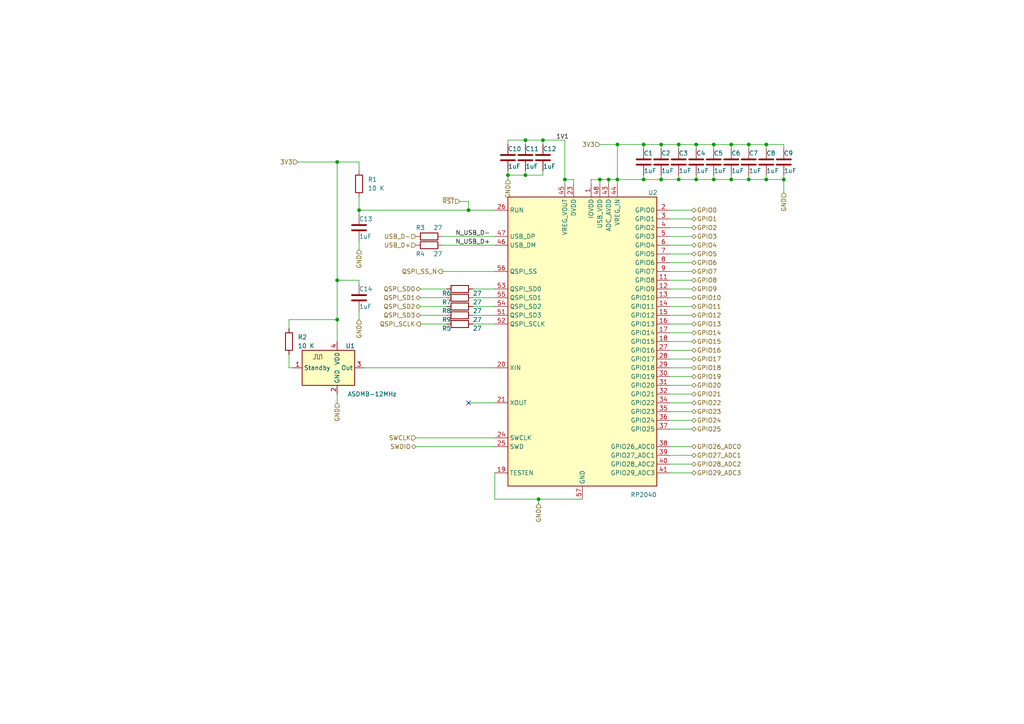
<source format=kicad_sch>
(kicad_sch (version 20230121) (generator eeschema)
  (paper "A4")
  (lib_symbols
    (symbol "Device:C" (pin_numbers hide) (pin_names (offset 0.254))
      (property "Reference" "C" (at 0.635 2.54 0))
      (property "Value" "C" (at 0.635 -2.54 0))
      (symbol "C_0_1"
        (polyline (pts (xy -2.032 -0.762) (xy 2.032 -0.762)) (stroke (width 0.508)))
        (polyline (pts (xy -2.032 0.762) (xy 2.032 0.762)) (stroke (width 0.508)))
      )
      (symbol "C_1_1"
        (pin passive line (at 0 3.81 270) (length 2.794) (name "~") (number "1"))
        (pin passive line (at 0 -3.81 90) (length 2.794) (name "~") (number "2"))
      )
    )
    (symbol "Device:R" (pin_numbers hide) (pin_names (offset 0))
      (property "Reference" "R" (at 2.032 0 90))
      (property "Value" "R" (at 0 0 90))
      (symbol "R_0_1"
        (rectangle (start -1.016 -2.54) (end 1.016 2.54) (stroke (width 0.254)))
      )
      (symbol "R_1_1"
        (pin passive line (at 0 3.81 270) (length 1.27) (name "~") (number "1"))
        (pin passive line (at 0 -3.81 90) (length 1.27) (name "~") (number "2"))
      )
    )
    (symbol "MCU_RaspberryPi:RP2040"
      (property "Reference" "U" (at 17.78 45.72 0))
      (property "Value" "RP2040" (at 17.78 43.18 0))
      (symbol "RP2040_0_1"
        (rectangle (start -21.59 41.91) (end 21.59 -41.91) (stroke (width 0.254)) (fill (type background)))
      )
      (symbol "RP2040_1_1"
        (pin power_in line (at 2.54 45.72 270) (length 3.81) (name "IOVDD") (number "1"))
        (pin passive line (at 2.54 45.72 270) (length 3.81) hide (name "IOVDD") (number "10"))
        (pin bidirectional line (at 25.4 17.78 180) (length 3.81) (name "GPIO8") (number "11"))
        (pin bidirectional line (at 25.4 15.24 180) (length 3.81) (name "GPIO9") (number "12"))
        (pin bidirectional line (at 25.4 12.7 180) (length 3.81) (name "GPIO10") (number "13"))
        (pin bidirectional line (at 25.4 10.16 180) (length 3.81) (name "GPIO11") (number "14"))
        (pin bidirectional line (at 25.4 7.62 180) (length 3.81) (name "GPIO12") (number "15"))
        (pin bidirectional line (at 25.4 5.08 180) (length 3.81) (name "GPIO13") (number "16"))
        (pin bidirectional line (at 25.4 2.54 180) (length 3.81) (name "GPIO14") (number "17"))
        (pin bidirectional line (at 25.4 0 180) (length 3.81) (name "GPIO15") (number "18"))
        (pin input line (at -25.4 -38.1 0) (length 3.81) (name "TESTEN") (number "19"))
        (pin bidirectional line (at 25.4 38.1 180) (length 3.81) (name "GPIO0") (number "2"))
        (pin input line (at -25.4 -7.62 0) (length 3.81) (name "XIN") (number "20"))
        (pin passive line (at -25.4 -17.78 0) (length 3.81) (name "XOUT") (number "21"))
        (pin passive line (at 2.54 45.72 270) (length 3.81) hide (name "IOVDD") (number "22"))
        (pin power_in line (at -2.54 45.72 270) (length 3.81) (name "DVDD") (number "23"))
        (pin input line (at -25.4 -27.94 0) (length 3.81) (name "SWCLK") (number "24"))
        (pin bidirectional line (at -25.4 -30.48 0) (length 3.81) (name "SWD") (number "25"))
        (pin input line (at -25.4 38.1 0) (length 3.81) (name "RUN") (number "26"))
        (pin bidirectional line (at 25.4 -2.54 180) (length 3.81) (name "GPIO16") (number "27"))
        (pin bidirectional line (at 25.4 -5.08 180) (length 3.81) (name "GPIO17") (number "28"))
        (pin bidirectional line (at 25.4 -7.62 180) (length 3.81) (name "GPIO18") (number "29"))
        (pin bidirectional line (at 25.4 35.56 180) (length 3.81) (name "GPIO1") (number "3"))
        (pin bidirectional line (at 25.4 -10.16 180) (length 3.81) (name "GPIO19") (number "30"))
        (pin bidirectional line (at 25.4 -12.7 180) (length 3.81) (name "GPIO20") (number "31"))
        (pin bidirectional line (at 25.4 -15.24 180) (length 3.81) (name "GPIO21") (number "32"))
        (pin passive line (at 2.54 45.72 270) (length 3.81) hide (name "IOVDD") (number "33"))
        (pin bidirectional line (at 25.4 -17.78 180) (length 3.81) (name "GPIO22") (number "34"))
        (pin bidirectional line (at 25.4 -20.32 180) (length 3.81) (name "GPIO23") (number "35"))
        (pin bidirectional line (at 25.4 -22.86 180) (length 3.81) (name "GPIO24") (number "36"))
        (pin bidirectional line (at 25.4 -25.4 180) (length 3.81) (name "GPIO25") (number "37"))
        (pin bidirectional line (at 25.4 -30.48 180) (length 3.81) (name "GPIO26_ADC0") (number "38"))
        (pin bidirectional line (at 25.4 -33.02 180) (length 3.81) (name "GPIO27_ADC1") (number "39"))
        (pin bidirectional line (at 25.4 33.02 180) (length 3.81) (name "GPIO2") (number "4"))
        (pin bidirectional line (at 25.4 -35.56 180) (length 3.81) (name "GPIO28_ADC2") (number "40"))
        (pin bidirectional line (at 25.4 -38.1 180) (length 3.81) (name "GPIO29_ADC3") (number "41"))
        (pin passive line (at 2.54 45.72 270) (length 3.81) hide (name "IOVDD") (number "42"))
        (pin power_in line (at 7.62 45.72 270) (length 3.81) (name "ADC_AVDD") (number "43"))
        (pin power_in line (at 10.16 45.72 270) (length 3.81) (name "VREG_IN") (number "44"))
        (pin power_out line (at -5.08 45.72 270) (length 3.81) (name "VREG_VOUT") (number "45"))
        (pin bidirectional line (at -25.4 27.94 0) (length 3.81) (name "USB_DM") (number "46"))
        (pin bidirectional line (at -25.4 30.48 0) (length 3.81) (name "USB_DP") (number "47"))
        (pin power_in line (at 5.08 45.72 270) (length 3.81) (name "USB_VDD") (number "48"))
        (pin passive line (at 2.54 45.72 270) (length 3.81) hide (name "IOVDD") (number "49"))
        (pin bidirectional line (at 25.4 30.48 180) (length 3.81) (name "GPIO3") (number "5"))
        (pin passive line (at -2.54 45.72 270) (length 3.81) hide (name "DVDD") (number "50"))
        (pin bidirectional line (at -25.4 7.62 0) (length 3.81) (name "QSPI_SD3") (number "51"))
        (pin output line (at -25.4 5.08 0) (length 3.81) (name "QSPI_SCLK") (number "52"))
        (pin bidirectional line (at -25.4 15.24 0) (length 3.81) (name "QSPI_SD0") (number "53"))
        (pin bidirectional line (at -25.4 10.16 0) (length 3.81) (name "QSPI_SD2") (number "54"))
        (pin bidirectional line (at -25.4 12.7 0) (length 3.81) (name "QSPI_SD1") (number "55"))
        (pin bidirectional line (at -25.4 20.32 0) (length 3.81) (name "QSPI_SS") (number "56"))
        (pin power_in line (at 0 -45.72 90) (length 3.81) (name "GND") (number "57"))
        (pin bidirectional line (at 25.4 27.94 180) (length 3.81) (name "GPIO4") (number "6"))
        (pin bidirectional line (at 25.4 25.4 180) (length 3.81) (name "GPIO5") (number "7"))
        (pin bidirectional line (at 25.4 22.86 180) (length 3.81) (name "GPIO6") (number "8"))
        (pin bidirectional line (at 25.4 20.32 180) (length 3.81) (name "GPIO7") (number "9"))
      )
    )
    (symbol "Oscillator:ASDMB-xxxMHz"
      (property "Reference" "U" (at -6.35 6.35 0))
      (property "Value" "ASDMB-xxxMHz" (at 11.43 6.35 0))
      (symbol "ASDMB-xxxMHz_1_1"
        (rectangle (start -7.62 5.08) (end 7.62 -5.08) (stroke (width 0.254)) (fill (type background)))
        (polyline (pts (xy -4.445 2.54) (xy -3.81 2.54) (xy -3.81 3.81) (xy -3.175 3.81) (xy -3.175 2.54) (xy -2.54 2.54) (xy -2.54 3.81) (xy -1.905 3.81) (xy -1.905 2.54)))
        (pin input line (at -10.16 0 0) (length 2.54) (name "Standby") (number "1"))
        (pin power_in line (at 2.54 -7.62 90) (length 2.54) (name "GND") (number "2"))
        (pin output line (at 10.16 0 180) (length 2.54) (name "Out") (number "3"))
        (pin power_in line (at 2.54 7.62 270) (length 2.54) (name "VDD") (number "4"))
      )
    )
  )
  (junction (at 173.99 52.07))
  (junction (at 191.77 52.07))
  (junction (at 191.77 41.91))
  (junction (at 212.09 52.07))
  (junction (at 152.4 40.64))
  (junction (at 157.48 40.64))
  (junction (at 97.79 92.71))
  (junction (at 222.25 52.07))
  (junction (at 176.53 52.07))
  (junction (at 104.14 60.96))
  (junction (at 217.17 41.91))
  (junction (at 196.85 41.91))
  (junction (at 207.01 52.07))
  (junction (at 179.07 52.07))
  (junction (at 196.85 52.07))
  (junction (at 212.09 41.91))
  (junction (at 186.69 52.07))
  (junction (at 135.89 60.96))
  (junction (at 217.17 52.07))
  (junction (at 163.83 52.07))
  (junction (at 207.01 41.91))
  (junction (at 222.25 41.91))
  (junction (at 152.4 50.8))
  (junction (at 97.79 46.99))
  (junction (at 201.93 52.07))
  (junction (at 186.69 41.91))
  (junction (at 227.33 52.07))
  (junction (at 201.93 41.91))
  (junction (at 147.32 50.8))
  (junction (at 97.79 81.28))
  (junction (at 179.07 41.91))
  (junction (at 156.21 144.78))
  (no_connect (at 135.89 116.84))
  (wire (pts (xy 83.82 106.68) (xy 85.09 106.68)))
  (wire (pts (xy 194.31 106.68) (xy 200.66 106.68)))
  (wire (pts (xy 176.53 52.07) (xy 176.53 53.34)))
  (wire (pts (xy 97.79 46.99) (xy 104.14 46.99)))
  (wire (pts (xy 227.33 52.07) (xy 227.33 55.88)))
  (wire (pts (xy 137.16 88.9) (xy 143.51 88.9)))
  (wire (pts (xy 128.27 78.74) (xy 143.51 78.74)))
  (wire (pts (xy 179.07 41.91) (xy 186.69 41.91)))
  (wire (pts (xy 194.31 99.06) (xy 200.66 99.06)))
  (wire (pts (xy 137.16 93.98) (xy 143.51 93.98)))
  (wire (pts (xy 104.14 46.99) (xy 104.14 49.53)))
  (wire (pts (xy 194.31 119.38) (xy 200.66 119.38)))
  (wire (pts (xy 194.31 111.76) (xy 200.66 111.76)))
  (wire (pts (xy 196.85 52.07) (xy 201.93 52.07)))
  (wire (pts (xy 212.09 52.07) (xy 217.17 52.07)))
  (wire (pts (xy 194.31 78.74) (xy 200.66 78.74)))
  (wire (pts (xy 152.4 40.64) (xy 152.4 41.91)))
  (wire (pts (xy 105.41 106.68) (xy 143.51 106.68)))
  (wire (pts (xy 176.53 52.07) (xy 173.99 52.07)))
  (wire (pts (xy 173.99 52.07) (xy 173.99 53.34)))
  (wire (pts (xy 194.31 129.54) (xy 200.66 129.54)))
  (wire (pts (xy 227.33 52.07) (xy 227.33 50.8)))
  (wire (pts (xy 152.4 50.8) (xy 152.4 49.53)))
  (wire (pts (xy 179.07 53.34) (xy 179.07 52.07)))
  (wire (pts (xy 194.31 109.22) (xy 200.66 109.22)))
  (wire (pts (xy 133.35 58.42) (xy 135.89 58.42)))
  (wire (pts (xy 191.77 52.07) (xy 191.77 50.8)))
  (wire (pts (xy 194.31 132.08) (xy 200.66 132.08)))
  (wire (pts (xy 217.17 52.07) (xy 217.17 50.8)))
  (wire (pts (xy 156.21 144.78) (xy 156.21 146.05)))
  (wire (pts (xy 97.79 81.28) (xy 104.14 81.28)))
  (wire (pts (xy 222.25 41.91) (xy 227.33 41.91)))
  (wire (pts (xy 194.31 63.5) (xy 200.66 63.5)))
  (wire (pts (xy 179.07 52.07) (xy 186.69 52.07)))
  (wire (pts (xy 186.69 41.91) (xy 186.69 43.18)))
  (wire (pts (xy 176.53 52.07) (xy 179.07 52.07)))
  (wire (pts (xy 201.93 52.07) (xy 201.93 50.8)))
  (wire (pts (xy 186.69 52.07) (xy 186.69 50.8)))
  (wire (pts (xy 143.51 144.78) (xy 156.21 144.78)))
  (wire (pts (xy 104.14 60.96) (xy 135.89 60.96)))
  (wire (pts (xy 194.31 88.9) (xy 200.66 88.9)))
  (wire (pts (xy 212.09 52.07) (xy 212.09 50.8)))
  (wire (pts (xy 194.31 114.3) (xy 200.66 114.3)))
  (wire (pts (xy 194.31 83.82) (xy 200.66 83.82)))
  (wire (pts (xy 194.31 104.14) (xy 200.66 104.14)))
  (wire (pts (xy 163.83 52.07) (xy 163.83 40.64)))
  (wire (pts (xy 147.32 50.8) (xy 152.4 50.8)))
  (wire (pts (xy 147.32 50.8) (xy 147.32 49.53)))
  (wire (pts (xy 157.48 40.64) (xy 163.83 40.64)))
  (wire (pts (xy 97.79 92.71) (xy 97.79 99.06)))
  (wire (pts (xy 222.25 52.07) (xy 222.25 50.8)))
  (wire (pts (xy 217.17 41.91) (xy 217.17 43.18)))
  (wire (pts (xy 217.17 41.91) (xy 222.25 41.91)))
  (wire (pts (xy 97.79 114.3) (xy 97.79 116.84)))
  (wire (pts (xy 83.82 102.87) (xy 83.82 106.68)))
  (wire (pts (xy 171.45 52.07) (xy 171.45 53.34)))
  (wire (pts (xy 212.09 41.91) (xy 217.17 41.91)))
  (wire (pts (xy 201.93 41.91) (xy 201.93 43.18)))
  (wire (pts (xy 227.33 41.91) (xy 227.33 43.18)))
  (wire (pts (xy 104.14 69.85) (xy 104.14 72.39)))
  (wire (pts (xy 163.83 52.07) (xy 166.37 52.07)))
  (wire (pts (xy 212.09 41.91) (xy 212.09 43.18)))
  (wire (pts (xy 121.92 83.82) (xy 129.54 83.82)))
  (wire (pts (xy 137.16 91.44) (xy 143.51 91.44)))
  (wire (pts (xy 104.14 81.28) (xy 104.14 82.55)))
  (wire (pts (xy 163.83 52.07) (xy 163.83 53.34)))
  (wire (pts (xy 191.77 41.91) (xy 196.85 41.91)))
  (wire (pts (xy 194.31 60.96) (xy 200.66 60.96)))
  (wire (pts (xy 194.31 96.52) (xy 200.66 96.52)))
  (wire (pts (xy 147.32 40.64) (xy 152.4 40.64)))
  (wire (pts (xy 186.69 52.07) (xy 191.77 52.07)))
  (wire (pts (xy 121.92 86.36) (xy 129.54 86.36)))
  (wire (pts (xy 196.85 41.91) (xy 196.85 43.18)))
  (wire (pts (xy 196.85 52.07) (xy 196.85 50.8)))
  (wire (pts (xy 207.01 41.91) (xy 212.09 41.91)))
  (wire (pts (xy 137.16 86.36) (xy 143.51 86.36)))
  (wire (pts (xy 194.31 68.58) (xy 200.66 68.58)))
  (wire (pts (xy 120.65 127) (xy 143.51 127)))
  (wire (pts (xy 97.79 46.99) (xy 97.79 81.28)))
  (wire (pts (xy 186.69 41.91) (xy 191.77 41.91)))
  (wire (pts (xy 147.32 50.8) (xy 147.32 52.07)))
  (wire (pts (xy 201.93 41.91) (xy 207.01 41.91)))
  (wire (pts (xy 207.01 52.07) (xy 212.09 52.07)))
  (wire (pts (xy 194.31 73.66) (xy 200.66 73.66)))
  (wire (pts (xy 147.32 40.64) (xy 147.32 41.91)))
  (wire (pts (xy 194.31 93.98) (xy 200.66 93.98)))
  (wire (pts (xy 194.31 76.2) (xy 200.66 76.2)))
  (wire (pts (xy 157.48 40.64) (xy 157.48 41.91)))
  (wire (pts (xy 217.17 52.07) (xy 222.25 52.07)))
  (wire (pts (xy 156.21 144.78) (xy 168.91 144.78)))
  (wire (pts (xy 207.01 52.07) (xy 207.01 50.8)))
  (wire (pts (xy 194.31 81.28) (xy 200.66 81.28)))
  (wire (pts (xy 194.31 134.62) (xy 200.66 134.62)))
  (wire (pts (xy 121.92 88.9) (xy 129.54 88.9)))
  (wire (pts (xy 194.31 137.16) (xy 200.66 137.16)))
  (wire (pts (xy 104.14 57.15) (xy 104.14 60.96)))
  (wire (pts (xy 104.14 60.96) (xy 104.14 62.23)))
  (wire (pts (xy 86.36 46.99) (xy 97.79 46.99)))
  (wire (pts (xy 135.89 116.84) (xy 143.51 116.84)))
  (wire (pts (xy 83.82 95.25) (xy 83.82 92.71)))
  (wire (pts (xy 152.4 50.8) (xy 157.48 50.8)))
  (wire (pts (xy 194.31 101.6) (xy 200.66 101.6)))
  (wire (pts (xy 120.65 129.54) (xy 143.51 129.54)))
  (wire (pts (xy 191.77 41.91) (xy 191.77 43.18)))
  (wire (pts (xy 173.99 52.07) (xy 171.45 52.07)))
  (wire (pts (xy 121.92 91.44) (xy 129.54 91.44)))
  (wire (pts (xy 173.99 41.91) (xy 179.07 41.91)))
  (wire (pts (xy 179.07 41.91) (xy 179.07 52.07)))
  (wire (pts (xy 83.82 92.71) (xy 97.79 92.71)))
  (wire (pts (xy 194.31 121.92) (xy 200.66 121.92)))
  (wire (pts (xy 201.93 52.07) (xy 207.01 52.07)))
  (wire (pts (xy 166.37 52.07) (xy 166.37 53.34)))
  (wire (pts (xy 194.31 71.12) (xy 200.66 71.12)))
  (wire (pts (xy 128.27 68.58) (xy 143.51 68.58)))
  (wire (pts (xy 97.79 81.28) (xy 97.79 92.71)))
  (wire (pts (xy 128.27 71.12) (xy 143.51 71.12)))
  (wire (pts (xy 194.31 66.04) (xy 200.66 66.04)))
  (wire (pts (xy 152.4 40.64) (xy 157.48 40.64)))
  (wire (pts (xy 121.92 93.98) (xy 129.54 93.98)))
  (wire (pts (xy 196.85 41.91) (xy 201.93 41.91)))
  (wire (pts (xy 222.25 52.07) (xy 227.33 52.07)))
  (wire (pts (xy 137.16 83.82) (xy 143.51 83.82)))
  (wire (pts (xy 207.01 41.91) (xy 207.01 43.18)))
  (wire (pts (xy 143.51 144.78) (xy 143.51 137.16)))
  (wire (pts (xy 135.89 60.96) (xy 143.51 60.96)))
  (wire (pts (xy 194.31 116.84) (xy 200.66 116.84)))
  (wire (pts (xy 157.48 50.8) (xy 157.48 49.53)))
  (wire (pts (xy 194.31 124.46) (xy 200.66 124.46)))
  (wire (pts (xy 135.89 58.42) (xy 135.89 60.96)))
  (wire (pts (xy 194.31 86.36) (xy 200.66 86.36)))
  (wire (pts (xy 104.14 90.17) (xy 104.14 92.71)))
  (wire (pts (xy 194.31 91.44) (xy 200.66 91.44)))
  (wire (pts (xy 191.77 52.07) (xy 196.85 52.07)))
  (wire (pts (xy 222.25 41.91) (xy 222.25 43.18)))
  (label "N_USB_D+" (at 132.08 71.12 0))
  (label "N_USB_D-" (at 132.08 68.58 0))
  (label "1V1" (at 161.29 40.64 0))
  (hierarchical_label "GPIO10" (shape bidirectional) (at 200.66 86.36 0))
  (hierarchical_label "GPIO27_ADC1" (shape bidirectional) (at 200.66 132.08 0))
  (hierarchical_label "USB_D+" (shape input) (at 120.65 71.12 180))
  (hierarchical_label "GPIO3" (shape tri_state) (at 200.66 68.58 0))
  (hierarchical_label "QSPI_SD3" (shape bidirectional) (at 121.92 91.44 180))
  (hierarchical_label "GPIO29_ADC3" (shape bidirectional) (at 200.66 137.16 0))
  (hierarchical_label "GPIO21" (shape bidirectional) (at 200.66 114.3 0))
  (hierarchical_label "GPIO9" (shape tri_state) (at 200.66 83.82 0))
  (hierarchical_label "3V3" (shape input) (at 173.99 41.91 180))
  (hierarchical_label "GPIO23" (shape bidirectional) (at 200.66 119.38 0))
  (hierarchical_label "SWDIO" (shape bidirectional) (at 120.65 129.54 180))
  (hierarchical_label "GPIO8" (shape tri_state) (at 200.66 81.28 0))
  (hierarchical_label "GPIO1" (shape tri_state) (at 200.66 63.5 0))
  (hierarchical_label "QSPI_SD1" (shape bidirectional) (at 121.92 86.36 180))
  (hierarchical_label "GPIO14" (shape bidirectional) (at 200.66 96.52 0))
  (hierarchical_label "GPIO20" (shape bidirectional) (at 200.66 111.76 0))
  (hierarchical_label "GND" (shape input) (at 227.33 55.88 270))
  (hierarchical_label "GPIO0" (shape tri_state) (at 200.66 60.96 0))
  (hierarchical_label "GPIO18" (shape bidirectional) (at 200.66 106.68 0))
  (hierarchical_label "QSPI_SCLK" (shape output) (at 121.92 93.98 180))
  (hierarchical_label "~{RST}" (shape input) (at 133.35 58.42 180))
  (hierarchical_label "3V3" (shape input) (at 86.36 46.99 180))
  (hierarchical_label "GPIO22" (shape bidirectional) (at 200.66 116.84 0))
  (hierarchical_label "GPIO17" (shape bidirectional) (at 200.66 104.14 0))
  (hierarchical_label "GPIO16" (shape bidirectional) (at 200.66 101.6 0))
  (hierarchical_label "GPIO2" (shape tri_state) (at 200.66 66.04 0))
  (hierarchical_label "GND" (shape input) (at 104.14 92.71 270))
  (hierarchical_label "USB_D-" (shape input) (at 120.65 68.58 180))
  (hierarchical_label "GND" (shape input) (at 104.14 72.39 270))
  (hierarchical_label "GPIO4" (shape tri_state) (at 200.66 71.12 0))
  (hierarchical_label "GPIO24" (shape bidirectional) (at 200.66 121.92 0))
  (hierarchical_label "GPIO7" (shape tri_state) (at 200.66 78.74 0))
  (hierarchical_label "GPIO6" (shape tri_state) (at 200.66 76.2 0))
  (hierarchical_label "GND" (shape input) (at 147.32 52.07 270))
  (hierarchical_label "GPIO19" (shape bidirectional) (at 200.66 109.22 0))
  (hierarchical_label "GPIO15" (shape bidirectional) (at 200.66 99.06 0))
  (hierarchical_label "QSPI_SD0" (shape bidirectional) (at 121.92 83.82 180))
  (hierarchical_label "GPIO26_ADC0" (shape bidirectional) (at 200.66 129.54 0))
  (hierarchical_label "GND" (shape input) (at 97.79 116.84 270))
  (hierarchical_label "GPIO11" (shape bidirectional) (at 200.66 88.9 0))
  (hierarchical_label "GPIO13" (shape bidirectional) (at 200.66 93.98 0))
  (hierarchical_label "GPIO28_ADC2" (shape bidirectional) (at 200.66 134.62 0))
  (hierarchical_label "GPIO5" (shape tri_state) (at 200.66 73.66 0))
  (hierarchical_label "GPIO12" (shape bidirectional) (at 200.66 91.44 0))
  (hierarchical_label "GND" (shape input) (at 156.21 146.05 270))
  (hierarchical_label "SWCLK" (shape input) (at 120.65 127 180))
  (hierarchical_label "QSPI_SS_N" (shape output) (at 128.27 78.74 180))
  (hierarchical_label "QSPI_SD2" (shape bidirectional) (at 121.92 88.9 180))
  (hierarchical_label "GPIO25" (shape bidirectional) (at 200.66 124.46 0))
  (symbol (lib_id "Device:C") (at 196.85 46.99 0) (unit 1)
    (property "Reference" "C3" (at 196.85 44.45 0) (effects (justify left)))
    (property "Value" "1uF" (at 196.85 49.53 0) (effects (justify left)))
    (property "Footprint" "Capacitor_THT:CP_Axial_L10.0mm_D4.5mm_P15.00mm_Horizontal" (effects hide))
    (instances (project "RealP2040" (path "" (reference "C3") (unit 1))) (project "ROSE-PILK_v1" (path "" (reference "C13") (unit 1)) (path "" (reference "C27") (unit 1))) (project "RP2040" (path "" (reference "C3") (unit 1))))
  )
  (symbol (lib_id "Device:C") (at 217.17 46.99 0) (unit 1)
    (property "Reference" "C7" (at 217.17 44.45 0) (effects (justify left)))
    (property "Value" "1uF" (at 217.17 49.53 0) (effects (justify left)))
    (property "Footprint" "Capacitor_THT:CP_Axial_L10.0mm_D4.5mm_P15.00mm_Horizontal" (effects hide))
    (instances (project "RealP2040" (path "" (reference "C7") (unit 1))) (project "ROSE-PILK_v1" (path "" (reference "C17") (unit 1)) (path "" (reference "C31") (unit 1))) (project "RP2040" (path "" (reference "C7") (unit 1))))
  )
  (symbol (lib_id "Device:C") (at 222.25 46.99 0) (unit 1)
    (property "Reference" "C8" (at 222.25 44.45 0) (effects (justify left)))
    (property "Value" "1uF" (at 222.25 49.53 0) (effects (justify left)))
    (property "Footprint" "Capacitor_THT:CP_Axial_L10.0mm_D4.5mm_P15.00mm_Horizontal" (effects hide))
    (instances (project "RealP2040" (path "" (reference "C8") (unit 1))) (project "ROSE-PILK_v1" (path "" (reference "C18") (unit 1)) (path "" (reference "C32") (unit 1))) (project "RP2040" (path "" (reference "C8") (unit 1))))
  )
  (symbol (lib_id "Device:C") (at 147.32 45.72 0) (unit 1)
    (property "Reference" "C10" (at 147.32 43.18 0) (effects (justify left)))
    (property "Value" "1uF" (at 147.32 48.26 0) (effects (justify left)))
    (property "Footprint" "Capacitor_THT:CP_Axial_L10.0mm_D4.5mm_P15.00mm_Horizontal" (effects hide))
    (instances (project "RealP2040" (path "" (reference "C10") (unit 1))) (project "ROSE-PILK_v1" (path "" (reference "C8") (unit 1)) (path "" (reference "C22") (unit 1))) (project "RP2040" (path "" (reference "C10") (unit 1))))
  )
  (symbol (lib_id "Device:R") (at 83.82 99.06 0) (unit 1)
    (property "Reference" "R2" (at 86.36 97.79 0) (effects (justify left)))
    (property "Value" "10 K" (at 86.36 100.33 0) (effects (justify left)))
    (property "Footprint" "Resistor_THT:R_Axial_DIN0207_L6.3mm_D2.5mm_P10.16mm_Horizontal" (effects hide))
    (instances (project "RealP2040" (path "" (reference "R2") (unit 1))) (project "ROSE-PILK_v1" (path "" (reference "R4") (unit 1)) (path "" (reference "R34") (unit 1))) (project "RP2040" (path "" (reference "R2") (unit 1))))
  )
  (symbol (lib_id "Device:C") (at 152.4 45.72 0) (unit 1)
    (property "Reference" "C11" (at 152.4 43.18 0) (effects (justify left)))
    (property "Value" "1uF" (at 152.4 48.26 0) (effects (justify left)))
    (property "Footprint" "Capacitor_THT:CP_Axial_L10.0mm_D4.5mm_P15.00mm_Horizontal" (effects hide))
    (instances (project "RealP2040" (path "" (reference "C11") (unit 1))) (project "ROSE-PILK_v1" (path "" (reference "C9") (unit 1)) (path "" (reference "C23") (unit 1))) (project "RP2040" (path "" (reference "C11") (unit 1))))
  )
  (symbol (lib_id "Device:R") (at 133.35 83.82 90) (unit 1)
    (property "Reference" "R6" (at 129.54 85.09 90))
    (property "Value" "27" (at 138.43 85.09 90))
    (property "Footprint" "Resistor_THT:R_Axial_DIN0207_L6.3mm_D2.5mm_P10.16mm_Horizontal" (effects hide))
    (instances (project "RealP2040" (path "" (reference "R6") (unit 1))) (project "ROSE-PILK_v1" (path "" (reference "R8") (unit 1)) (path "" (reference "R39") (unit 1))) (project "RP2040" (path "" (reference "R6") (unit 1))))
  )
  (symbol (lib_id "Device:C") (at 227.33 46.99 0) (unit 1)
    (property "Reference" "C9" (at 227.33 44.45 0) (effects (justify left)))
    (property "Value" "1uF" (at 227.33 49.53 0) (effects (justify left)))
    (property "Footprint" "Capacitor_THT:CP_Axial_L10.0mm_D4.5mm_P15.00mm_Horizontal" (effects hide))
    (instances (project "RealP2040" (path "" (reference "C9") (unit 1))) (project "ROSE-PILK_v1" (path "" (reference "C19") (unit 1)) (path "" (reference "C33") (unit 1))) (project "RP2040" (path "" (reference "C9") (unit 1))))
  )
  (symbol (lib_id "Device:R") (at 133.35 91.44 90) (unit 1)
    (property "Reference" "R9" (at 129.54 92.71 90))
    (property "Value" "27" (at 138.43 92.71 90))
    (property "Footprint" "Resistor_THT:R_Axial_DIN0207_L6.3mm_D2.5mm_P10.16mm_Horizontal" (effects hide))
    (instances (project "RealP2040" (path "" (reference "R9") (unit 1))) (project "ROSE-PILK_v1" (path "" (reference "R11") (unit 1)) (path "" (reference "R42") (unit 1))) (project "RP2040" (path "" (reference "R9") (unit 1))))
  )
  (symbol (lib_id "Device:R") (at 124.46 71.12 270) (unit 1)
    (property "Reference" "R4" (at 121.92 73.66 90))
    (property "Value" "27" (at 127 73.66 90))
    (property "Footprint" "Resistor_THT:R_Axial_DIN0207_L6.3mm_D2.5mm_P10.16mm_Horizontal" (effects hide))
    (instances (project "RealP2040" (path "" (reference "R4") (unit 1))) (project "ROSE-PILK_v1" (path "" (reference "R7") (unit 1)) (path "" (reference "R38") (unit 1))) (project "RP2040" (path "" (reference "R4") (unit 1))))
  )
  (symbol (lib_id "Device:R") (at 104.14 53.34 0) (unit 1)
    (property "Reference" "R1" (at 106.68 52.07 0) (effects (justify left)))
    (property "Value" "10 K" (at 106.68 54.61 0) (effects (justify left)))
    (property "Footprint" "Resistor_THT:R_Axial_DIN0207_L6.3mm_D2.5mm_P10.16mm_Horizontal" (effects hide))
    (instances (project "RealP2040" (path "" (reference "R1") (unit 1))) (project "ROSE-PILK_v1" (path "" (reference "R5") (unit 1)) (path "" (reference "R35") (unit 1))) (project "RP2040" (path "" (reference "R1") (unit 1))))
  )
  (symbol (lib_id "Device:C") (at 191.77 46.99 0) (unit 1)
    (property "Reference" "C2" (at 191.77 44.45 0) (effects (justify left)))
    (property "Value" "1uF" (at 191.77 49.53 0) (effects (justify left)))
    (property "Footprint" "Capacitor_THT:CP_Axial_L10.0mm_D4.5mm_P15.00mm_Horizontal" (effects hide))
    (instances (project "RealP2040" (path "" (reference "C2") (unit 1))) (project "ROSE-PILK_v1" (path "" (reference "C12") (unit 1)) (path "" (reference "C26") (unit 1))) (project "RP2040" (path "" (reference "C2") (unit 1))))
  )
  (symbol (lib_id "MCU_RaspberryPi:RP2040") (at 168.91 99.06 0) (unit 1)
    (property "Reference" "U2" (at 187.96 55.88 0) (effects (justify left)))
    (property "Value" "RP2040" (at 182.88 143.51 0) (effects (justify left)))
    (property "Footprint" "Package_DFN_QFN:QFN-56-1EP_7x7mm_P0.4mm_EP3.2x3.2mm" (effects hide))
    (property "Datasheet" "https://datasheets.raspberrypi.com/rp2040/rp2040-datasheet.pdf" (effects hide))
    (instances (project "RealP2040" (path "" (reference "U2") (unit 1))) (project "ROSE-PILK_v1" (path "" (reference "U3") (unit 1)) (path "" (reference "U9") (unit 1))) (project "RP2040" (path "" (reference "U2") (unit 1))))
  )
  (symbol (lib_id "Device:R") (at 133.35 93.98 90) (unit 1)
    (property "Reference" "R5" (at 129.54 95.25 90))
    (property "Value" "27" (at 138.43 95.25 90))
    (property "Footprint" "Resistor_THT:R_Axial_DIN0207_L6.3mm_D2.5mm_P10.16mm_Horizontal" (effects hide))
    (instances (project "RealP2040" (path "" (reference "R5") (unit 1))) (project "ROSE-PILK_v1" (path "" (reference "R12") (unit 1)) (path "" (reference "R43") (unit 1))) (project "RP2040" (path "" (reference "R5") (unit 1))))
  )
  (symbol (lib_id "Device:C") (at 157.48 45.72 0) (unit 1)
    (property "Reference" "C12" (at 157.48 43.18 0) (effects (justify left)))
    (property "Value" "1uF" (at 157.48 48.26 0) (effects (justify left)))
    (property "Footprint" "Capacitor_THT:CP_Axial_L10.0mm_D4.5mm_P15.00mm_Horizontal" (effects hide))
    (instances (project "RealP2040" (path "" (reference "C12") (unit 1))) (project "ROSE-PILK_v1" (path "" (reference "C10") (unit 1)) (path "" (reference "C24") (unit 1))) (project "RP2040" (path "" (reference "C12") (unit 1))))
  )
  (symbol (lib_id "Device:C") (at 186.69 46.99 0) (unit 1)
    (property "Reference" "C1" (at 186.69 44.45 0) (effects (justify left)))
    (property "Value" "1uF" (at 186.69 49.53 0) (effects (justify left)))
    (property "Footprint" "Capacitor_THT:CP_Axial_L10.0mm_D4.5mm_P15.00mm_Horizontal" (effects hide))
    (instances (project "RealP2040" (path "" (reference "C1") (unit 1))) (project "ROSE-PILK_v1" (path "" (reference "C11") (unit 1)) (path "" (reference "C25") (unit 1))) (project "RP2040" (path "" (reference "C1") (unit 1))))
  )
  (symbol (lib_id "Device:C") (at 104.14 86.36 0) (unit 1)
    (property "Reference" "C14" (at 104.14 83.82 0) (effects (justify left)))
    (property "Value" "1uF" (at 104.14 88.9 0) (effects (justify left)))
    (property "Footprint" "Capacitor_THT:CP_Axial_L10.0mm_D4.5mm_P15.00mm_Horizontal" (effects hide))
    (instances (project "RealP2040" (path "" (reference "C14") (unit 1))) (project "ROSE-PILK_v1" (path "" (reference "C7") (unit 1)) (path "" (reference "C21") (unit 1))) (project "RP2040" (path "" (reference "C14") (unit 1))))
  )
  (symbol (lib_id "Device:R") (at 124.46 68.58 90) (unit 1)
    (property "Reference" "R3" (at 121.92 66.04 90))
    (property "Value" "27" (at 127 66.04 90))
    (property "Footprint" "Resistor_THT:R_Axial_DIN0207_L6.3mm_D2.5mm_P10.16mm_Horizontal" (effects hide))
    (instances (project "RealP2040" (path "" (reference "R3") (unit 1))) (project "ROSE-PILK_v1" (path "" (reference "R6") (unit 1)) (path "" (reference "R36") (unit 1))) (project "RP2040" (path "" (reference "R3") (unit 1))))
  )
  (symbol (lib_id "Device:C") (at 212.09 46.99 0) (unit 1)
    (property "Reference" "C6" (at 212.09 44.45 0) (effects (justify left)))
    (property "Value" "1uF" (at 212.09 49.53 0) (effects (justify left)))
    (property "Footprint" "Capacitor_THT:CP_Axial_L10.0mm_D4.5mm_P15.00mm_Horizontal" (effects hide))
    (instances (project "RealP2040" (path "" (reference "C6") (unit 1))) (project "ROSE-PILK_v1" (path "" (reference "C16") (unit 1)) (path "" (reference "C30") (unit 1))) (project "RP2040" (path "" (reference "C6") (unit 1))))
  )
  (symbol (lib_id "Device:C") (at 104.14 66.04 0) (unit 1)
    (property "Reference" "C13" (at 104.14 63.5 0) (effects (justify left)))
    (property "Value" "1uF" (at 104.14 68.58 0) (effects (justify left)))
    (property "Footprint" "Capacitor_THT:CP_Axial_L10.0mm_D4.5mm_P15.00mm_Horizontal" (effects hide))
    (instances (project "RealP2040" (path "" (reference "C13") (unit 1))) (project "ROSE-PILK_v1" (path "" (reference "C6") (unit 1)) (path "" (reference "C20") (unit 1))) (project "RP2040" (path "" (reference "C13") (unit 1))))
  )
  (symbol (lib_id "Device:R") (at 133.35 86.36 90) (unit 1)
    (property "Reference" "R7" (at 129.54 87.63 90))
    (property "Value" "27" (at 138.43 87.63 90))
    (property "Footprint" "Resistor_THT:R_Axial_DIN0207_L6.3mm_D2.5mm_P10.16mm_Horizontal" (effects hide))
    (instances (project "RealP2040" (path "" (reference "R7") (unit 1))) (project "ROSE-PILK_v1" (path "" (reference "R9") (unit 1)) (path "" (reference "R40") (unit 1))) (project "RP2040" (path "" (reference "R7") (unit 1))))
  )
  (symbol (lib_id "Device:R") (at 133.35 88.9 90) (unit 1)
    (property "Reference" "R8" (at 129.54 90.17 90))
    (property "Value" "27" (at 138.43 90.17 90))
    (property "Footprint" "Resistor_THT:R_Axial_DIN0207_L6.3mm_D2.5mm_P10.16mm_Horizontal" (effects hide))
    (instances (project "RealP2040" (path "" (reference "R8") (unit 1))) (project "ROSE-PILK_v1" (path "" (reference "R10") (unit 1)) (path "" (reference "R41") (unit 1))) (project "RP2040" (path "" (reference "R8") (unit 1))))
  )
  (symbol (lib_id "Device:C") (at 207.01 46.99 0) (unit 1)
    (property "Reference" "C5" (at 207.01 44.45 0) (effects (justify left)))
    (property "Value" "1uF" (at 207.01 49.53 0) (effects (justify left)))
    (property "Footprint" "Capacitor_THT:CP_Axial_L10.0mm_D4.5mm_P15.00mm_Horizontal" (effects hide))
    (instances (project "RealP2040" (path "" (reference "C5") (unit 1))) (project "ROSE-PILK_v1" (path "" (reference "C15") (unit 1)) (path "" (reference "C29") (unit 1))) (project "RP2040" (path "" (reference "C5") (unit 1))))
  )
  (symbol (lib_id "Device:C") (at 201.93 46.99 0) (unit 1)
    (property "Reference" "C4" (at 201.93 44.45 0) (effects (justify left)))
    (property "Value" "1uF" (at 201.93 49.53 0) (effects (justify left)))
    (property "Footprint" "Capacitor_THT:CP_Axial_L10.0mm_D4.5mm_P15.00mm_Horizontal" (effects hide))
    (instances (project "RealP2040" (path "" (reference "C4") (unit 1))) (project "ROSE-PILK_v1" (path "" (reference "C14") (unit 1)) (path "" (reference "C28") (unit 1))) (project "RP2040" (path "" (reference "C4") (unit 1))))
  )
  (symbol (lib_id "Oscillator:ASDMB-xxxMHz") (at 95.25 106.68 0) (unit 1)
    (property "Reference" "U1" (at 101.6 100.33 0))
    (property "Value" "ASDMB-12MHz" (at 107.95 114.3 0))
    (property "Footprint" "Oscillator:Oscillator_SMD_Abracon_ASDMB-4Pin_2.5x2.0mm" (effects hide))
    (property "Datasheet" "https://abracon.com/Oscillators/ASDMB.pdf" (effects hide))
    (instances (project "RealP2040" (path "" (reference "U1") (unit 1))) (project "ROSE-PILK_v1" (path "" (reference "U2") (unit 1)) (path "" (reference "U8") (unit 1))) (project "RP2040" (path "" (reference "U1") (unit 1))))
  )
)
</source>
